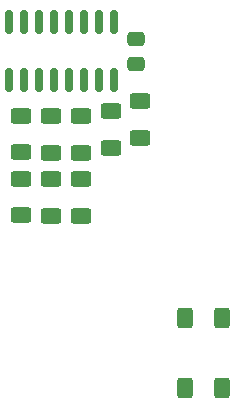
<source format=gbr>
%TF.GenerationSoftware,KiCad,Pcbnew,(6.0.8-1)-1*%
%TF.CreationDate,2022-10-16T10:23:05+02:00*%
%TF.ProjectId,HP6632B_relay_board,48503636-3332-4425-9f72-656c61795f62,rev?*%
%TF.SameCoordinates,Original*%
%TF.FileFunction,Paste,Bot*%
%TF.FilePolarity,Positive*%
%FSLAX46Y46*%
G04 Gerber Fmt 4.6, Leading zero omitted, Abs format (unit mm)*
G04 Created by KiCad (PCBNEW (6.0.8-1)-1) date 2022-10-16 10:23:05*
%MOMM*%
%LPD*%
G01*
G04 APERTURE LIST*
G04 Aperture macros list*
%AMRoundRect*
0 Rectangle with rounded corners*
0 $1 Rounding radius*
0 $2 $3 $4 $5 $6 $7 $8 $9 X,Y pos of 4 corners*
0 Add a 4 corners polygon primitive as box body*
4,1,4,$2,$3,$4,$5,$6,$7,$8,$9,$2,$3,0*
0 Add four circle primitives for the rounded corners*
1,1,$1+$1,$2,$3*
1,1,$1+$1,$4,$5*
1,1,$1+$1,$6,$7*
1,1,$1+$1,$8,$9*
0 Add four rect primitives between the rounded corners*
20,1,$1+$1,$2,$3,$4,$5,0*
20,1,$1+$1,$4,$5,$6,$7,0*
20,1,$1+$1,$6,$7,$8,$9,0*
20,1,$1+$1,$8,$9,$2,$3,0*%
G04 Aperture macros list end*
%ADD10RoundRect,0.250000X-0.625000X0.400000X-0.625000X-0.400000X0.625000X-0.400000X0.625000X0.400000X0*%
%ADD11RoundRect,0.250000X0.400000X0.625000X-0.400000X0.625000X-0.400000X-0.625000X0.400000X-0.625000X0*%
%ADD12RoundRect,0.250000X0.625000X-0.400000X0.625000X0.400000X-0.625000X0.400000X-0.625000X-0.400000X0*%
%ADD13RoundRect,0.150000X-0.150000X0.825000X-0.150000X-0.825000X0.150000X-0.825000X0.150000X0.825000X0*%
%ADD14RoundRect,0.250000X0.475000X-0.337500X0.475000X0.337500X-0.475000X0.337500X-0.475000X-0.337500X0*%
G04 APERTURE END LIST*
D10*
%TO.C,R606*%
X93116400Y-54025200D03*
X93116400Y-57125200D03*
%TD*%
%TO.C,R3*%
X95656400Y-59410000D03*
X95656400Y-62510000D03*
%TD*%
D11*
%TO.C,R601*%
X110135000Y-71120000D03*
X107035000Y-71120000D03*
%TD*%
D10*
%TO.C,R604*%
X98247200Y-54076000D03*
X98247200Y-57176000D03*
%TD*%
D12*
%TO.C,R5*%
X98247200Y-62510000D03*
X98247200Y-59410000D03*
%TD*%
D10*
%TO.C,R605*%
X95656400Y-54051200D03*
X95656400Y-57151200D03*
%TD*%
D13*
%TO.C,U601*%
X92151200Y-46039000D03*
X93421200Y-46039000D03*
X94691200Y-46039000D03*
X95961200Y-46039000D03*
X97231200Y-46039000D03*
X98501200Y-46039000D03*
X99771200Y-46039000D03*
X101041200Y-46039000D03*
X101041200Y-50989000D03*
X99771200Y-50989000D03*
X98501200Y-50989000D03*
X97231200Y-50989000D03*
X95961200Y-50989000D03*
X94691200Y-50989000D03*
X93421200Y-50989000D03*
X92151200Y-50989000D03*
%TD*%
D11*
%TO.C,R602*%
X110135000Y-77063600D03*
X107035000Y-77063600D03*
%TD*%
D14*
%TO.C,C1*%
X102870000Y-49602300D03*
X102870000Y-47527300D03*
%TD*%
D10*
%TO.C,R603*%
X100736400Y-53618800D03*
X100736400Y-56718800D03*
%TD*%
%TO.C,R607*%
X93116400Y-59359200D03*
X93116400Y-62459200D03*
%TD*%
D12*
%TO.C,R1*%
X103225600Y-55906000D03*
X103225600Y-52806000D03*
%TD*%
M02*

</source>
